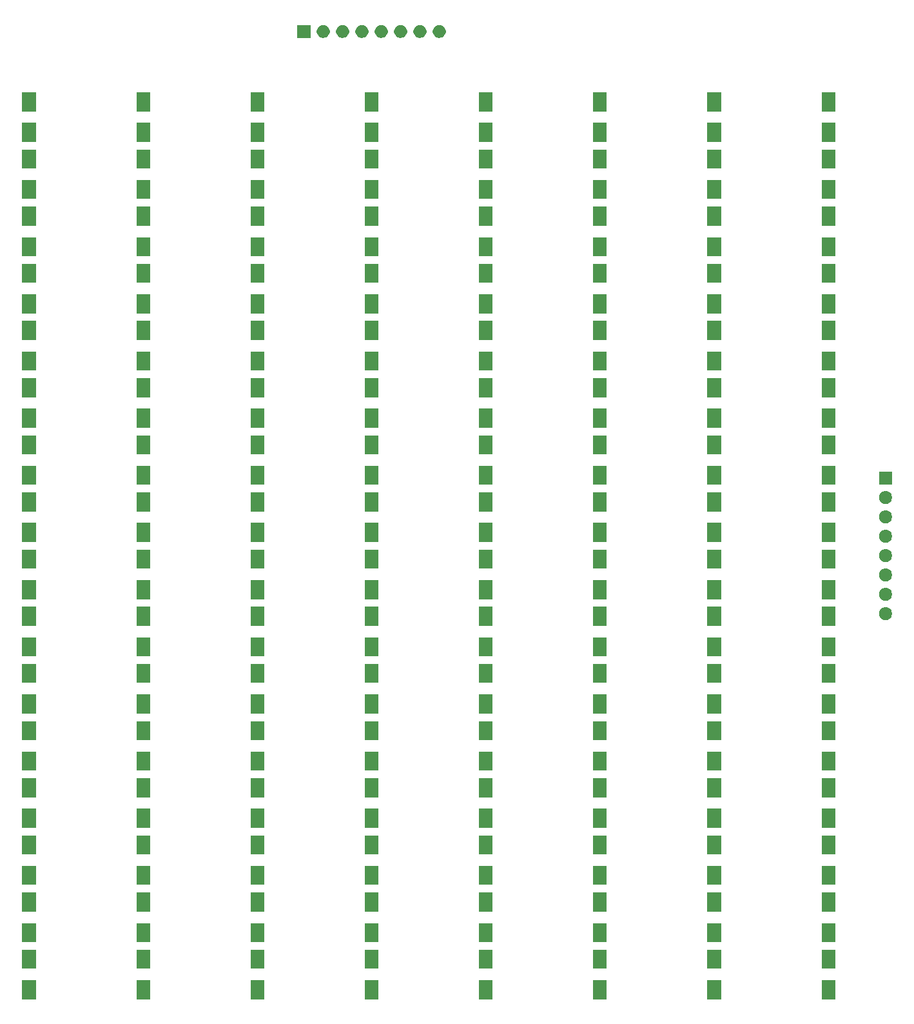
<source format=gbs>
G04 #@! TF.GenerationSoftware,KiCad,Pcbnew,(5.1.5)-3*
G04 #@! TF.CreationDate,2021-01-07T19:15:07+01:00*
G04 #@! TF.ProjectId,haptic display 8x8 aisler,68617074-6963-4206-9469-73706c617920,rev?*
G04 #@! TF.SameCoordinates,Original*
G04 #@! TF.FileFunction,Soldermask,Bot*
G04 #@! TF.FilePolarity,Negative*
%FSLAX46Y46*%
G04 Gerber Fmt 4.6, Leading zero omitted, Abs format (unit mm)*
G04 Created by KiCad (PCBNEW (5.1.5)-3) date 2021-01-07 19:15:07*
%MOMM*%
%LPD*%
G04 APERTURE LIST*
%ADD10C,0.100000*%
G04 APERTURE END LIST*
D10*
G36*
X163400000Y-162000000D02*
G01*
X161600000Y-162000000D01*
X161600000Y-159500000D01*
X163400000Y-159500000D01*
X163400000Y-162000000D01*
G37*
G36*
X118400000Y-162000000D02*
G01*
X116600000Y-162000000D01*
X116600000Y-159500000D01*
X118400000Y-159500000D01*
X118400000Y-162000000D01*
G37*
G36*
X58400000Y-162000000D02*
G01*
X56600000Y-162000000D01*
X56600000Y-159500000D01*
X58400000Y-159500000D01*
X58400000Y-162000000D01*
G37*
G36*
X88400000Y-162000000D02*
G01*
X86600000Y-162000000D01*
X86600000Y-159500000D01*
X88400000Y-159500000D01*
X88400000Y-162000000D01*
G37*
G36*
X73400000Y-162000000D02*
G01*
X71600000Y-162000000D01*
X71600000Y-159500000D01*
X73400000Y-159500000D01*
X73400000Y-162000000D01*
G37*
G36*
X148400000Y-162000000D02*
G01*
X146600000Y-162000000D01*
X146600000Y-159500000D01*
X148400000Y-159500000D01*
X148400000Y-162000000D01*
G37*
G36*
X133400000Y-162000000D02*
G01*
X131600000Y-162000000D01*
X131600000Y-159500000D01*
X133400000Y-159500000D01*
X133400000Y-162000000D01*
G37*
G36*
X103400000Y-162000000D02*
G01*
X101600000Y-162000000D01*
X101600000Y-159500000D01*
X103400000Y-159500000D01*
X103400000Y-162000000D01*
G37*
G36*
X58400000Y-158000000D02*
G01*
X56600000Y-158000000D01*
X56600000Y-155500000D01*
X58400000Y-155500000D01*
X58400000Y-158000000D01*
G37*
G36*
X88400000Y-158000000D02*
G01*
X86600000Y-158000000D01*
X86600000Y-155500000D01*
X88400000Y-155500000D01*
X88400000Y-158000000D01*
G37*
G36*
X133400000Y-158000000D02*
G01*
X131600000Y-158000000D01*
X131600000Y-155500000D01*
X133400000Y-155500000D01*
X133400000Y-158000000D01*
G37*
G36*
X118400000Y-158000000D02*
G01*
X116600000Y-158000000D01*
X116600000Y-155500000D01*
X118400000Y-155500000D01*
X118400000Y-158000000D01*
G37*
G36*
X163400000Y-158000000D02*
G01*
X161600000Y-158000000D01*
X161600000Y-155500000D01*
X163400000Y-155500000D01*
X163400000Y-158000000D01*
G37*
G36*
X73400000Y-158000000D02*
G01*
X71600000Y-158000000D01*
X71600000Y-155500000D01*
X73400000Y-155500000D01*
X73400000Y-158000000D01*
G37*
G36*
X103400000Y-158000000D02*
G01*
X101600000Y-158000000D01*
X101600000Y-155500000D01*
X103400000Y-155500000D01*
X103400000Y-158000000D01*
G37*
G36*
X148400000Y-158000000D02*
G01*
X146600000Y-158000000D01*
X146600000Y-155500000D01*
X148400000Y-155500000D01*
X148400000Y-158000000D01*
G37*
G36*
X103400000Y-154500000D02*
G01*
X101600000Y-154500000D01*
X101600000Y-152000000D01*
X103400000Y-152000000D01*
X103400000Y-154500000D01*
G37*
G36*
X58400000Y-154500000D02*
G01*
X56600000Y-154500000D01*
X56600000Y-152000000D01*
X58400000Y-152000000D01*
X58400000Y-154500000D01*
G37*
G36*
X73400000Y-154500000D02*
G01*
X71600000Y-154500000D01*
X71600000Y-152000000D01*
X73400000Y-152000000D01*
X73400000Y-154500000D01*
G37*
G36*
X133400000Y-154500000D02*
G01*
X131600000Y-154500000D01*
X131600000Y-152000000D01*
X133400000Y-152000000D01*
X133400000Y-154500000D01*
G37*
G36*
X88400000Y-154500000D02*
G01*
X86600000Y-154500000D01*
X86600000Y-152000000D01*
X88400000Y-152000000D01*
X88400000Y-154500000D01*
G37*
G36*
X148400000Y-154500000D02*
G01*
X146600000Y-154500000D01*
X146600000Y-152000000D01*
X148400000Y-152000000D01*
X148400000Y-154500000D01*
G37*
G36*
X163400000Y-154500000D02*
G01*
X161600000Y-154500000D01*
X161600000Y-152000000D01*
X163400000Y-152000000D01*
X163400000Y-154500000D01*
G37*
G36*
X118400000Y-154500000D02*
G01*
X116600000Y-154500000D01*
X116600000Y-152000000D01*
X118400000Y-152000000D01*
X118400000Y-154500000D01*
G37*
G36*
X163400000Y-150500000D02*
G01*
X161600000Y-150500000D01*
X161600000Y-148000000D01*
X163400000Y-148000000D01*
X163400000Y-150500000D01*
G37*
G36*
X103400000Y-150500000D02*
G01*
X101600000Y-150500000D01*
X101600000Y-148000000D01*
X103400000Y-148000000D01*
X103400000Y-150500000D01*
G37*
G36*
X73400000Y-150500000D02*
G01*
X71600000Y-150500000D01*
X71600000Y-148000000D01*
X73400000Y-148000000D01*
X73400000Y-150500000D01*
G37*
G36*
X118400000Y-150500000D02*
G01*
X116600000Y-150500000D01*
X116600000Y-148000000D01*
X118400000Y-148000000D01*
X118400000Y-150500000D01*
G37*
G36*
X133400000Y-150500000D02*
G01*
X131600000Y-150500000D01*
X131600000Y-148000000D01*
X133400000Y-148000000D01*
X133400000Y-150500000D01*
G37*
G36*
X58400000Y-150500000D02*
G01*
X56600000Y-150500000D01*
X56600000Y-148000000D01*
X58400000Y-148000000D01*
X58400000Y-150500000D01*
G37*
G36*
X148400000Y-150500000D02*
G01*
X146600000Y-150500000D01*
X146600000Y-148000000D01*
X148400000Y-148000000D01*
X148400000Y-150500000D01*
G37*
G36*
X88400000Y-150500000D02*
G01*
X86600000Y-150500000D01*
X86600000Y-148000000D01*
X88400000Y-148000000D01*
X88400000Y-150500000D01*
G37*
G36*
X148400000Y-147000000D02*
G01*
X146600000Y-147000000D01*
X146600000Y-144500000D01*
X148400000Y-144500000D01*
X148400000Y-147000000D01*
G37*
G36*
X58400000Y-147000000D02*
G01*
X56600000Y-147000000D01*
X56600000Y-144500000D01*
X58400000Y-144500000D01*
X58400000Y-147000000D01*
G37*
G36*
X73400000Y-147000000D02*
G01*
X71600000Y-147000000D01*
X71600000Y-144500000D01*
X73400000Y-144500000D01*
X73400000Y-147000000D01*
G37*
G36*
X133400000Y-147000000D02*
G01*
X131600000Y-147000000D01*
X131600000Y-144500000D01*
X133400000Y-144500000D01*
X133400000Y-147000000D01*
G37*
G36*
X163400000Y-147000000D02*
G01*
X161600000Y-147000000D01*
X161600000Y-144500000D01*
X163400000Y-144500000D01*
X163400000Y-147000000D01*
G37*
G36*
X88400000Y-147000000D02*
G01*
X86600000Y-147000000D01*
X86600000Y-144500000D01*
X88400000Y-144500000D01*
X88400000Y-147000000D01*
G37*
G36*
X118400000Y-147000000D02*
G01*
X116600000Y-147000000D01*
X116600000Y-144500000D01*
X118400000Y-144500000D01*
X118400000Y-147000000D01*
G37*
G36*
X103400000Y-147000000D02*
G01*
X101600000Y-147000000D01*
X101600000Y-144500000D01*
X103400000Y-144500000D01*
X103400000Y-147000000D01*
G37*
G36*
X163400000Y-143000000D02*
G01*
X161600000Y-143000000D01*
X161600000Y-140500000D01*
X163400000Y-140500000D01*
X163400000Y-143000000D01*
G37*
G36*
X118400000Y-143000000D02*
G01*
X116600000Y-143000000D01*
X116600000Y-140500000D01*
X118400000Y-140500000D01*
X118400000Y-143000000D01*
G37*
G36*
X133400000Y-143000000D02*
G01*
X131600000Y-143000000D01*
X131600000Y-140500000D01*
X133400000Y-140500000D01*
X133400000Y-143000000D01*
G37*
G36*
X73400000Y-143000000D02*
G01*
X71600000Y-143000000D01*
X71600000Y-140500000D01*
X73400000Y-140500000D01*
X73400000Y-143000000D01*
G37*
G36*
X148400000Y-143000000D02*
G01*
X146600000Y-143000000D01*
X146600000Y-140500000D01*
X148400000Y-140500000D01*
X148400000Y-143000000D01*
G37*
G36*
X103400000Y-143000000D02*
G01*
X101600000Y-143000000D01*
X101600000Y-140500000D01*
X103400000Y-140500000D01*
X103400000Y-143000000D01*
G37*
G36*
X88400000Y-143000000D02*
G01*
X86600000Y-143000000D01*
X86600000Y-140500000D01*
X88400000Y-140500000D01*
X88400000Y-143000000D01*
G37*
G36*
X58400000Y-143000000D02*
G01*
X56600000Y-143000000D01*
X56600000Y-140500000D01*
X58400000Y-140500000D01*
X58400000Y-143000000D01*
G37*
G36*
X103400000Y-139500000D02*
G01*
X101600000Y-139500000D01*
X101600000Y-137000000D01*
X103400000Y-137000000D01*
X103400000Y-139500000D01*
G37*
G36*
X163400000Y-139500000D02*
G01*
X161600000Y-139500000D01*
X161600000Y-137000000D01*
X163400000Y-137000000D01*
X163400000Y-139500000D01*
G37*
G36*
X58400000Y-139500000D02*
G01*
X56600000Y-139500000D01*
X56600000Y-137000000D01*
X58400000Y-137000000D01*
X58400000Y-139500000D01*
G37*
G36*
X88400000Y-139500000D02*
G01*
X86600000Y-139500000D01*
X86600000Y-137000000D01*
X88400000Y-137000000D01*
X88400000Y-139500000D01*
G37*
G36*
X118400000Y-139500000D02*
G01*
X116600000Y-139500000D01*
X116600000Y-137000000D01*
X118400000Y-137000000D01*
X118400000Y-139500000D01*
G37*
G36*
X133400000Y-139500000D02*
G01*
X131600000Y-139500000D01*
X131600000Y-137000000D01*
X133400000Y-137000000D01*
X133400000Y-139500000D01*
G37*
G36*
X148400000Y-139500000D02*
G01*
X146600000Y-139500000D01*
X146600000Y-137000000D01*
X148400000Y-137000000D01*
X148400000Y-139500000D01*
G37*
G36*
X73400000Y-139500000D02*
G01*
X71600000Y-139500000D01*
X71600000Y-137000000D01*
X73400000Y-137000000D01*
X73400000Y-139500000D01*
G37*
G36*
X103400000Y-135500000D02*
G01*
X101600000Y-135500000D01*
X101600000Y-133000000D01*
X103400000Y-133000000D01*
X103400000Y-135500000D01*
G37*
G36*
X163400000Y-135500000D02*
G01*
X161600000Y-135500000D01*
X161600000Y-133000000D01*
X163400000Y-133000000D01*
X163400000Y-135500000D01*
G37*
G36*
X118400000Y-135500000D02*
G01*
X116600000Y-135500000D01*
X116600000Y-133000000D01*
X118400000Y-133000000D01*
X118400000Y-135500000D01*
G37*
G36*
X133400000Y-135500000D02*
G01*
X131600000Y-135500000D01*
X131600000Y-133000000D01*
X133400000Y-133000000D01*
X133400000Y-135500000D01*
G37*
G36*
X58400000Y-135500000D02*
G01*
X56600000Y-135500000D01*
X56600000Y-133000000D01*
X58400000Y-133000000D01*
X58400000Y-135500000D01*
G37*
G36*
X148400000Y-135500000D02*
G01*
X146600000Y-135500000D01*
X146600000Y-133000000D01*
X148400000Y-133000000D01*
X148400000Y-135500000D01*
G37*
G36*
X73400000Y-135500000D02*
G01*
X71600000Y-135500000D01*
X71600000Y-133000000D01*
X73400000Y-133000000D01*
X73400000Y-135500000D01*
G37*
G36*
X88400000Y-135500000D02*
G01*
X86600000Y-135500000D01*
X86600000Y-133000000D01*
X88400000Y-133000000D01*
X88400000Y-135500000D01*
G37*
G36*
X133400000Y-132000000D02*
G01*
X131600000Y-132000000D01*
X131600000Y-129500000D01*
X133400000Y-129500000D01*
X133400000Y-132000000D01*
G37*
G36*
X103400000Y-132000000D02*
G01*
X101600000Y-132000000D01*
X101600000Y-129500000D01*
X103400000Y-129500000D01*
X103400000Y-132000000D01*
G37*
G36*
X73400000Y-132000000D02*
G01*
X71600000Y-132000000D01*
X71600000Y-129500000D01*
X73400000Y-129500000D01*
X73400000Y-132000000D01*
G37*
G36*
X163400000Y-132000000D02*
G01*
X161600000Y-132000000D01*
X161600000Y-129500000D01*
X163400000Y-129500000D01*
X163400000Y-132000000D01*
G37*
G36*
X58400000Y-132000000D02*
G01*
X56600000Y-132000000D01*
X56600000Y-129500000D01*
X58400000Y-129500000D01*
X58400000Y-132000000D01*
G37*
G36*
X88400000Y-132000000D02*
G01*
X86600000Y-132000000D01*
X86600000Y-129500000D01*
X88400000Y-129500000D01*
X88400000Y-132000000D01*
G37*
G36*
X148400000Y-132000000D02*
G01*
X146600000Y-132000000D01*
X146600000Y-129500000D01*
X148400000Y-129500000D01*
X148400000Y-132000000D01*
G37*
G36*
X118400000Y-132000000D02*
G01*
X116600000Y-132000000D01*
X116600000Y-129500000D01*
X118400000Y-129500000D01*
X118400000Y-132000000D01*
G37*
G36*
X103400000Y-128000000D02*
G01*
X101600000Y-128000000D01*
X101600000Y-125500000D01*
X103400000Y-125500000D01*
X103400000Y-128000000D01*
G37*
G36*
X88400000Y-128000000D02*
G01*
X86600000Y-128000000D01*
X86600000Y-125500000D01*
X88400000Y-125500000D01*
X88400000Y-128000000D01*
G37*
G36*
X58400000Y-128000000D02*
G01*
X56600000Y-128000000D01*
X56600000Y-125500000D01*
X58400000Y-125500000D01*
X58400000Y-128000000D01*
G37*
G36*
X118400000Y-128000000D02*
G01*
X116600000Y-128000000D01*
X116600000Y-125500000D01*
X118400000Y-125500000D01*
X118400000Y-128000000D01*
G37*
G36*
X73400000Y-128000000D02*
G01*
X71600000Y-128000000D01*
X71600000Y-125500000D01*
X73400000Y-125500000D01*
X73400000Y-128000000D01*
G37*
G36*
X133400000Y-128000000D02*
G01*
X131600000Y-128000000D01*
X131600000Y-125500000D01*
X133400000Y-125500000D01*
X133400000Y-128000000D01*
G37*
G36*
X148400000Y-128000000D02*
G01*
X146600000Y-128000000D01*
X146600000Y-125500000D01*
X148400000Y-125500000D01*
X148400000Y-128000000D01*
G37*
G36*
X163400000Y-128000000D02*
G01*
X161600000Y-128000000D01*
X161600000Y-125500000D01*
X163400000Y-125500000D01*
X163400000Y-128000000D01*
G37*
G36*
X163400000Y-124500000D02*
G01*
X161600000Y-124500000D01*
X161600000Y-122000000D01*
X163400000Y-122000000D01*
X163400000Y-124500000D01*
G37*
G36*
X148400000Y-124500000D02*
G01*
X146600000Y-124500000D01*
X146600000Y-122000000D01*
X148400000Y-122000000D01*
X148400000Y-124500000D01*
G37*
G36*
X133400000Y-124500000D02*
G01*
X131600000Y-124500000D01*
X131600000Y-122000000D01*
X133400000Y-122000000D01*
X133400000Y-124500000D01*
G37*
G36*
X103400000Y-124500000D02*
G01*
X101600000Y-124500000D01*
X101600000Y-122000000D01*
X103400000Y-122000000D01*
X103400000Y-124500000D01*
G37*
G36*
X58400000Y-124500000D02*
G01*
X56600000Y-124500000D01*
X56600000Y-122000000D01*
X58400000Y-122000000D01*
X58400000Y-124500000D01*
G37*
G36*
X73400000Y-124500000D02*
G01*
X71600000Y-124500000D01*
X71600000Y-122000000D01*
X73400000Y-122000000D01*
X73400000Y-124500000D01*
G37*
G36*
X88400000Y-124500000D02*
G01*
X86600000Y-124500000D01*
X86600000Y-122000000D01*
X88400000Y-122000000D01*
X88400000Y-124500000D01*
G37*
G36*
X118400000Y-124500000D02*
G01*
X116600000Y-124500000D01*
X116600000Y-122000000D01*
X118400000Y-122000000D01*
X118400000Y-124500000D01*
G37*
G36*
X73400000Y-120500000D02*
G01*
X71600000Y-120500000D01*
X71600000Y-118000000D01*
X73400000Y-118000000D01*
X73400000Y-120500000D01*
G37*
G36*
X88400000Y-120500000D02*
G01*
X86600000Y-120500000D01*
X86600000Y-118000000D01*
X88400000Y-118000000D01*
X88400000Y-120500000D01*
G37*
G36*
X103400000Y-120500000D02*
G01*
X101600000Y-120500000D01*
X101600000Y-118000000D01*
X103400000Y-118000000D01*
X103400000Y-120500000D01*
G37*
G36*
X118400000Y-120500000D02*
G01*
X116600000Y-120500000D01*
X116600000Y-118000000D01*
X118400000Y-118000000D01*
X118400000Y-120500000D01*
G37*
G36*
X58400000Y-120500000D02*
G01*
X56600000Y-120500000D01*
X56600000Y-118000000D01*
X58400000Y-118000000D01*
X58400000Y-120500000D01*
G37*
G36*
X133400000Y-120500000D02*
G01*
X131600000Y-120500000D01*
X131600000Y-118000000D01*
X133400000Y-118000000D01*
X133400000Y-120500000D01*
G37*
G36*
X148400000Y-120500000D02*
G01*
X146600000Y-120500000D01*
X146600000Y-118000000D01*
X148400000Y-118000000D01*
X148400000Y-120500000D01*
G37*
G36*
X163400000Y-120500000D02*
G01*
X161600000Y-120500000D01*
X161600000Y-118000000D01*
X163400000Y-118000000D01*
X163400000Y-120500000D01*
G37*
G36*
X103400000Y-117000000D02*
G01*
X101600000Y-117000000D01*
X101600000Y-114500000D01*
X103400000Y-114500000D01*
X103400000Y-117000000D01*
G37*
G36*
X73400000Y-117000000D02*
G01*
X71600000Y-117000000D01*
X71600000Y-114500000D01*
X73400000Y-114500000D01*
X73400000Y-117000000D01*
G37*
G36*
X133400000Y-117000000D02*
G01*
X131600000Y-117000000D01*
X131600000Y-114500000D01*
X133400000Y-114500000D01*
X133400000Y-117000000D01*
G37*
G36*
X148400000Y-117000000D02*
G01*
X146600000Y-117000000D01*
X146600000Y-114500000D01*
X148400000Y-114500000D01*
X148400000Y-117000000D01*
G37*
G36*
X58400000Y-117000000D02*
G01*
X56600000Y-117000000D01*
X56600000Y-114500000D01*
X58400000Y-114500000D01*
X58400000Y-117000000D01*
G37*
G36*
X118400000Y-117000000D02*
G01*
X116600000Y-117000000D01*
X116600000Y-114500000D01*
X118400000Y-114500000D01*
X118400000Y-117000000D01*
G37*
G36*
X163400000Y-117000000D02*
G01*
X161600000Y-117000000D01*
X161600000Y-114500000D01*
X163400000Y-114500000D01*
X163400000Y-117000000D01*
G37*
G36*
X88400000Y-117000000D02*
G01*
X86600000Y-117000000D01*
X86600000Y-114500000D01*
X88400000Y-114500000D01*
X88400000Y-117000000D01*
G37*
G36*
X148400000Y-113000000D02*
G01*
X146600000Y-113000000D01*
X146600000Y-110500000D01*
X148400000Y-110500000D01*
X148400000Y-113000000D01*
G37*
G36*
X103400000Y-113000000D02*
G01*
X101600000Y-113000000D01*
X101600000Y-110500000D01*
X103400000Y-110500000D01*
X103400000Y-113000000D01*
G37*
G36*
X133400000Y-113000000D02*
G01*
X131600000Y-113000000D01*
X131600000Y-110500000D01*
X133400000Y-110500000D01*
X133400000Y-113000000D01*
G37*
G36*
X58400000Y-113000000D02*
G01*
X56600000Y-113000000D01*
X56600000Y-110500000D01*
X58400000Y-110500000D01*
X58400000Y-113000000D01*
G37*
G36*
X73400000Y-113000000D02*
G01*
X71600000Y-113000000D01*
X71600000Y-110500000D01*
X73400000Y-110500000D01*
X73400000Y-113000000D01*
G37*
G36*
X163400000Y-113000000D02*
G01*
X161600000Y-113000000D01*
X161600000Y-110500000D01*
X163400000Y-110500000D01*
X163400000Y-113000000D01*
G37*
G36*
X88400000Y-113000000D02*
G01*
X86600000Y-113000000D01*
X86600000Y-110500000D01*
X88400000Y-110500000D01*
X88400000Y-113000000D01*
G37*
G36*
X118400000Y-113000000D02*
G01*
X116600000Y-113000000D01*
X116600000Y-110500000D01*
X118400000Y-110500000D01*
X118400000Y-113000000D01*
G37*
G36*
X170193197Y-110561777D02*
G01*
X170247937Y-110572665D01*
X170325281Y-110604702D01*
X170402626Y-110636740D01*
X170541844Y-110729762D01*
X170660238Y-110848156D01*
X170753260Y-110987374D01*
X170817335Y-111142064D01*
X170850000Y-111306282D01*
X170850000Y-111473718D01*
X170817335Y-111637936D01*
X170753260Y-111792626D01*
X170660238Y-111931844D01*
X170541844Y-112050238D01*
X170402626Y-112143260D01*
X170325281Y-112175297D01*
X170247937Y-112207335D01*
X170193197Y-112218223D01*
X170083718Y-112240000D01*
X169916282Y-112240000D01*
X169806803Y-112218223D01*
X169752063Y-112207335D01*
X169674719Y-112175297D01*
X169597374Y-112143260D01*
X169458156Y-112050238D01*
X169339762Y-111931844D01*
X169246740Y-111792626D01*
X169182665Y-111637936D01*
X169150000Y-111473718D01*
X169150000Y-111306282D01*
X169182665Y-111142064D01*
X169246740Y-110987374D01*
X169339762Y-110848156D01*
X169458156Y-110729762D01*
X169597374Y-110636740D01*
X169674719Y-110604702D01*
X169752063Y-110572665D01*
X169806803Y-110561777D01*
X169916282Y-110540000D01*
X170083718Y-110540000D01*
X170193197Y-110561777D01*
G37*
G36*
X170193197Y-108021777D02*
G01*
X170247937Y-108032665D01*
X170325281Y-108064703D01*
X170402626Y-108096740D01*
X170541844Y-108189762D01*
X170660238Y-108308156D01*
X170753260Y-108447374D01*
X170817335Y-108602064D01*
X170850000Y-108766282D01*
X170850000Y-108933718D01*
X170817335Y-109097936D01*
X170753260Y-109252626D01*
X170660238Y-109391844D01*
X170541844Y-109510238D01*
X170402626Y-109603260D01*
X170325281Y-109635298D01*
X170247937Y-109667335D01*
X170193197Y-109678223D01*
X170083718Y-109700000D01*
X169916282Y-109700000D01*
X169806803Y-109678223D01*
X169752063Y-109667335D01*
X169674719Y-109635298D01*
X169597374Y-109603260D01*
X169458156Y-109510238D01*
X169339762Y-109391844D01*
X169246740Y-109252626D01*
X169182665Y-109097936D01*
X169150000Y-108933718D01*
X169150000Y-108766282D01*
X169182665Y-108602064D01*
X169246740Y-108447374D01*
X169339762Y-108308156D01*
X169458156Y-108189762D01*
X169597374Y-108096740D01*
X169674719Y-108064702D01*
X169752063Y-108032665D01*
X169806803Y-108021777D01*
X169916282Y-108000000D01*
X170083718Y-108000000D01*
X170193197Y-108021777D01*
G37*
G36*
X73400000Y-109500000D02*
G01*
X71600000Y-109500000D01*
X71600000Y-107000000D01*
X73400000Y-107000000D01*
X73400000Y-109500000D01*
G37*
G36*
X58400000Y-109500000D02*
G01*
X56600000Y-109500000D01*
X56600000Y-107000000D01*
X58400000Y-107000000D01*
X58400000Y-109500000D01*
G37*
G36*
X118400000Y-109500000D02*
G01*
X116600000Y-109500000D01*
X116600000Y-107000000D01*
X118400000Y-107000000D01*
X118400000Y-109500000D01*
G37*
G36*
X103400000Y-109500000D02*
G01*
X101600000Y-109500000D01*
X101600000Y-107000000D01*
X103400000Y-107000000D01*
X103400000Y-109500000D01*
G37*
G36*
X163400000Y-109500000D02*
G01*
X161600000Y-109500000D01*
X161600000Y-107000000D01*
X163400000Y-107000000D01*
X163400000Y-109500000D01*
G37*
G36*
X148400000Y-109500000D02*
G01*
X146600000Y-109500000D01*
X146600000Y-107000000D01*
X148400000Y-107000000D01*
X148400000Y-109500000D01*
G37*
G36*
X133400000Y-109500000D02*
G01*
X131600000Y-109500000D01*
X131600000Y-107000000D01*
X133400000Y-107000000D01*
X133400000Y-109500000D01*
G37*
G36*
X88400000Y-109500000D02*
G01*
X86600000Y-109500000D01*
X86600000Y-107000000D01*
X88400000Y-107000000D01*
X88400000Y-109500000D01*
G37*
G36*
X170193197Y-105481777D02*
G01*
X170247937Y-105492665D01*
X170325281Y-105524703D01*
X170402626Y-105556740D01*
X170541844Y-105649762D01*
X170660238Y-105768156D01*
X170753260Y-105907374D01*
X170817335Y-106062064D01*
X170850000Y-106226282D01*
X170850000Y-106393718D01*
X170817335Y-106557936D01*
X170753260Y-106712626D01*
X170660238Y-106851844D01*
X170541844Y-106970238D01*
X170402626Y-107063260D01*
X170325281Y-107095297D01*
X170247937Y-107127335D01*
X170193197Y-107138223D01*
X170083718Y-107160000D01*
X169916282Y-107160000D01*
X169806803Y-107138223D01*
X169752063Y-107127335D01*
X169674719Y-107095297D01*
X169597374Y-107063260D01*
X169458156Y-106970238D01*
X169339762Y-106851844D01*
X169246740Y-106712626D01*
X169182665Y-106557936D01*
X169150000Y-106393718D01*
X169150000Y-106226282D01*
X169182665Y-106062064D01*
X169246740Y-105907374D01*
X169339762Y-105768156D01*
X169458156Y-105649762D01*
X169597374Y-105556740D01*
X169674719Y-105524703D01*
X169752063Y-105492665D01*
X169806803Y-105481777D01*
X169916282Y-105460000D01*
X170083718Y-105460000D01*
X170193197Y-105481777D01*
G37*
G36*
X163400000Y-105500000D02*
G01*
X161600000Y-105500000D01*
X161600000Y-103000000D01*
X163400000Y-103000000D01*
X163400000Y-105500000D01*
G37*
G36*
X58400000Y-105500000D02*
G01*
X56600000Y-105500000D01*
X56600000Y-103000000D01*
X58400000Y-103000000D01*
X58400000Y-105500000D01*
G37*
G36*
X88400000Y-105500000D02*
G01*
X86600000Y-105500000D01*
X86600000Y-103000000D01*
X88400000Y-103000000D01*
X88400000Y-105500000D01*
G37*
G36*
X118400000Y-105500000D02*
G01*
X116600000Y-105500000D01*
X116600000Y-103000000D01*
X118400000Y-103000000D01*
X118400000Y-105500000D01*
G37*
G36*
X103400000Y-105500000D02*
G01*
X101600000Y-105500000D01*
X101600000Y-103000000D01*
X103400000Y-103000000D01*
X103400000Y-105500000D01*
G37*
G36*
X73400000Y-105500000D02*
G01*
X71600000Y-105500000D01*
X71600000Y-103000000D01*
X73400000Y-103000000D01*
X73400000Y-105500000D01*
G37*
G36*
X133400000Y-105500000D02*
G01*
X131600000Y-105500000D01*
X131600000Y-103000000D01*
X133400000Y-103000000D01*
X133400000Y-105500000D01*
G37*
G36*
X148400000Y-105500000D02*
G01*
X146600000Y-105500000D01*
X146600000Y-103000000D01*
X148400000Y-103000000D01*
X148400000Y-105500000D01*
G37*
G36*
X170193197Y-102941777D02*
G01*
X170247937Y-102952665D01*
X170325281Y-102984703D01*
X170402626Y-103016740D01*
X170541844Y-103109762D01*
X170660238Y-103228156D01*
X170753260Y-103367374D01*
X170817335Y-103522064D01*
X170850000Y-103686282D01*
X170850000Y-103853718D01*
X170817335Y-104017936D01*
X170753260Y-104172626D01*
X170660238Y-104311844D01*
X170541844Y-104430238D01*
X170402626Y-104523260D01*
X170325281Y-104555297D01*
X170247937Y-104587335D01*
X170193197Y-104598223D01*
X170083718Y-104620000D01*
X169916282Y-104620000D01*
X169806803Y-104598223D01*
X169752063Y-104587335D01*
X169674719Y-104555298D01*
X169597374Y-104523260D01*
X169458156Y-104430238D01*
X169339762Y-104311844D01*
X169246740Y-104172626D01*
X169182665Y-104017936D01*
X169150000Y-103853718D01*
X169150000Y-103686282D01*
X169182665Y-103522064D01*
X169246740Y-103367374D01*
X169339762Y-103228156D01*
X169458156Y-103109762D01*
X169597374Y-103016740D01*
X169674719Y-102984702D01*
X169752063Y-102952665D01*
X169806803Y-102941777D01*
X169916282Y-102920000D01*
X170083718Y-102920000D01*
X170193197Y-102941777D01*
G37*
G36*
X170193197Y-100401777D02*
G01*
X170247937Y-100412665D01*
X170325281Y-100444703D01*
X170402626Y-100476740D01*
X170541844Y-100569762D01*
X170660238Y-100688156D01*
X170753260Y-100827374D01*
X170817335Y-100982064D01*
X170850000Y-101146282D01*
X170850000Y-101313718D01*
X170817335Y-101477936D01*
X170753260Y-101632626D01*
X170660238Y-101771844D01*
X170541844Y-101890238D01*
X170402626Y-101983260D01*
X170362212Y-102000000D01*
X170247937Y-102047335D01*
X170193197Y-102058223D01*
X170083718Y-102080000D01*
X169916282Y-102080000D01*
X169806803Y-102058223D01*
X169752063Y-102047335D01*
X169637788Y-102000000D01*
X169597374Y-101983260D01*
X169458156Y-101890238D01*
X169339762Y-101771844D01*
X169246740Y-101632626D01*
X169182665Y-101477936D01*
X169150000Y-101313718D01*
X169150000Y-101146282D01*
X169182665Y-100982064D01*
X169246740Y-100827374D01*
X169339762Y-100688156D01*
X169458156Y-100569762D01*
X169597374Y-100476740D01*
X169674719Y-100444702D01*
X169752063Y-100412665D01*
X169806803Y-100401777D01*
X169916282Y-100380000D01*
X170083718Y-100380000D01*
X170193197Y-100401777D01*
G37*
G36*
X58400000Y-102000000D02*
G01*
X56600000Y-102000000D01*
X56600000Y-99500000D01*
X58400000Y-99500000D01*
X58400000Y-102000000D01*
G37*
G36*
X163400000Y-102000000D02*
G01*
X161600000Y-102000000D01*
X161600000Y-99500000D01*
X163400000Y-99500000D01*
X163400000Y-102000000D01*
G37*
G36*
X148400000Y-102000000D02*
G01*
X146600000Y-102000000D01*
X146600000Y-99500000D01*
X148400000Y-99500000D01*
X148400000Y-102000000D01*
G37*
G36*
X133400000Y-102000000D02*
G01*
X131600000Y-102000000D01*
X131600000Y-99500000D01*
X133400000Y-99500000D01*
X133400000Y-102000000D01*
G37*
G36*
X118400000Y-102000000D02*
G01*
X116600000Y-102000000D01*
X116600000Y-99500000D01*
X118400000Y-99500000D01*
X118400000Y-102000000D01*
G37*
G36*
X73400000Y-102000000D02*
G01*
X71600000Y-102000000D01*
X71600000Y-99500000D01*
X73400000Y-99500000D01*
X73400000Y-102000000D01*
G37*
G36*
X103400000Y-102000000D02*
G01*
X101600000Y-102000000D01*
X101600000Y-99500000D01*
X103400000Y-99500000D01*
X103400000Y-102000000D01*
G37*
G36*
X88400000Y-102000000D02*
G01*
X86600000Y-102000000D01*
X86600000Y-99500000D01*
X88400000Y-99500000D01*
X88400000Y-102000000D01*
G37*
G36*
X170193197Y-97861777D02*
G01*
X170247937Y-97872665D01*
X170325281Y-97904703D01*
X170402626Y-97936740D01*
X170541844Y-98029762D01*
X170660238Y-98148156D01*
X170753260Y-98287374D01*
X170817335Y-98442064D01*
X170850000Y-98606282D01*
X170850000Y-98773718D01*
X170817335Y-98937936D01*
X170753260Y-99092626D01*
X170660238Y-99231844D01*
X170541844Y-99350238D01*
X170402626Y-99443260D01*
X170325281Y-99475297D01*
X170247937Y-99507335D01*
X170193197Y-99518223D01*
X170083718Y-99540000D01*
X169916282Y-99540000D01*
X169806803Y-99518223D01*
X169752063Y-99507335D01*
X169674719Y-99475298D01*
X169597374Y-99443260D01*
X169458156Y-99350238D01*
X169339762Y-99231844D01*
X169246740Y-99092626D01*
X169182665Y-98937936D01*
X169150000Y-98773718D01*
X169150000Y-98606282D01*
X169182665Y-98442064D01*
X169246740Y-98287374D01*
X169339762Y-98148156D01*
X169458156Y-98029762D01*
X169597374Y-97936740D01*
X169674719Y-97904703D01*
X169752063Y-97872665D01*
X169806803Y-97861777D01*
X169916282Y-97840000D01*
X170083718Y-97840000D01*
X170193197Y-97861777D01*
G37*
G36*
X133400000Y-98000000D02*
G01*
X131600000Y-98000000D01*
X131600000Y-95500000D01*
X133400000Y-95500000D01*
X133400000Y-98000000D01*
G37*
G36*
X118400000Y-98000000D02*
G01*
X116600000Y-98000000D01*
X116600000Y-95500000D01*
X118400000Y-95500000D01*
X118400000Y-98000000D01*
G37*
G36*
X103400000Y-98000000D02*
G01*
X101600000Y-98000000D01*
X101600000Y-95500000D01*
X103400000Y-95500000D01*
X103400000Y-98000000D01*
G37*
G36*
X88400000Y-98000000D02*
G01*
X86600000Y-98000000D01*
X86600000Y-95500000D01*
X88400000Y-95500000D01*
X88400000Y-98000000D01*
G37*
G36*
X73400000Y-98000000D02*
G01*
X71600000Y-98000000D01*
X71600000Y-95500000D01*
X73400000Y-95500000D01*
X73400000Y-98000000D01*
G37*
G36*
X58400000Y-98000000D02*
G01*
X56600000Y-98000000D01*
X56600000Y-95500000D01*
X58400000Y-95500000D01*
X58400000Y-98000000D01*
G37*
G36*
X148400000Y-98000000D02*
G01*
X146600000Y-98000000D01*
X146600000Y-95500000D01*
X148400000Y-95500000D01*
X148400000Y-98000000D01*
G37*
G36*
X163400000Y-98000000D02*
G01*
X161600000Y-98000000D01*
X161600000Y-95500000D01*
X163400000Y-95500000D01*
X163400000Y-98000000D01*
G37*
G36*
X170193197Y-95321777D02*
G01*
X170247937Y-95332665D01*
X170325281Y-95364703D01*
X170402626Y-95396740D01*
X170541844Y-95489762D01*
X170660238Y-95608156D01*
X170753260Y-95747374D01*
X170817335Y-95902064D01*
X170850000Y-96066282D01*
X170850000Y-96233718D01*
X170817335Y-96397936D01*
X170753260Y-96552626D01*
X170660238Y-96691844D01*
X170541844Y-96810238D01*
X170402626Y-96903260D01*
X170325281Y-96935297D01*
X170247937Y-96967335D01*
X170193197Y-96978223D01*
X170083718Y-97000000D01*
X169916282Y-97000000D01*
X169806803Y-96978223D01*
X169752063Y-96967335D01*
X169674719Y-96935298D01*
X169597374Y-96903260D01*
X169458156Y-96810238D01*
X169339762Y-96691844D01*
X169246740Y-96552626D01*
X169182665Y-96397936D01*
X169150000Y-96233718D01*
X169150000Y-96066282D01*
X169182665Y-95902064D01*
X169246740Y-95747374D01*
X169339762Y-95608156D01*
X169458156Y-95489762D01*
X169597374Y-95396740D01*
X169674719Y-95364702D01*
X169752063Y-95332665D01*
X169806803Y-95321777D01*
X169916282Y-95300000D01*
X170083718Y-95300000D01*
X170193197Y-95321777D01*
G37*
G36*
X148400000Y-94500000D02*
G01*
X146600000Y-94500000D01*
X146600000Y-92000000D01*
X148400000Y-92000000D01*
X148400000Y-94500000D01*
G37*
G36*
X163400000Y-94500000D02*
G01*
X161600000Y-94500000D01*
X161600000Y-92000000D01*
X163400000Y-92000000D01*
X163400000Y-94500000D01*
G37*
G36*
X133400000Y-94500000D02*
G01*
X131600000Y-94500000D01*
X131600000Y-92000000D01*
X133400000Y-92000000D01*
X133400000Y-94500000D01*
G37*
G36*
X118400000Y-94500000D02*
G01*
X116600000Y-94500000D01*
X116600000Y-92000000D01*
X118400000Y-92000000D01*
X118400000Y-94500000D01*
G37*
G36*
X88400000Y-94500000D02*
G01*
X86600000Y-94500000D01*
X86600000Y-92000000D01*
X88400000Y-92000000D01*
X88400000Y-94500000D01*
G37*
G36*
X73400000Y-94500000D02*
G01*
X71600000Y-94500000D01*
X71600000Y-92000000D01*
X73400000Y-92000000D01*
X73400000Y-94500000D01*
G37*
G36*
X58400000Y-94500000D02*
G01*
X56600000Y-94500000D01*
X56600000Y-92000000D01*
X58400000Y-92000000D01*
X58400000Y-94500000D01*
G37*
G36*
X103400000Y-94500000D02*
G01*
X101600000Y-94500000D01*
X101600000Y-92000000D01*
X103400000Y-92000000D01*
X103400000Y-94500000D01*
G37*
G36*
X170850000Y-94460000D02*
G01*
X169150000Y-94460000D01*
X169150000Y-92760000D01*
X170850000Y-92760000D01*
X170850000Y-94460000D01*
G37*
G36*
X88400000Y-90500000D02*
G01*
X86600000Y-90500000D01*
X86600000Y-88000000D01*
X88400000Y-88000000D01*
X88400000Y-90500000D01*
G37*
G36*
X163400000Y-90500000D02*
G01*
X161600000Y-90500000D01*
X161600000Y-88000000D01*
X163400000Y-88000000D01*
X163400000Y-90500000D01*
G37*
G36*
X58400000Y-90500000D02*
G01*
X56600000Y-90500000D01*
X56600000Y-88000000D01*
X58400000Y-88000000D01*
X58400000Y-90500000D01*
G37*
G36*
X133400000Y-90500000D02*
G01*
X131600000Y-90500000D01*
X131600000Y-88000000D01*
X133400000Y-88000000D01*
X133400000Y-90500000D01*
G37*
G36*
X73400000Y-90500000D02*
G01*
X71600000Y-90500000D01*
X71600000Y-88000000D01*
X73400000Y-88000000D01*
X73400000Y-90500000D01*
G37*
G36*
X103400000Y-90500000D02*
G01*
X101600000Y-90500000D01*
X101600000Y-88000000D01*
X103400000Y-88000000D01*
X103400000Y-90500000D01*
G37*
G36*
X118400000Y-90500000D02*
G01*
X116600000Y-90500000D01*
X116600000Y-88000000D01*
X118400000Y-88000000D01*
X118400000Y-90500000D01*
G37*
G36*
X148400000Y-90500000D02*
G01*
X146600000Y-90500000D01*
X146600000Y-88000000D01*
X148400000Y-88000000D01*
X148400000Y-90500000D01*
G37*
G36*
X163400000Y-87000000D02*
G01*
X161600000Y-87000000D01*
X161600000Y-84500000D01*
X163400000Y-84500000D01*
X163400000Y-87000000D01*
G37*
G36*
X88400000Y-87000000D02*
G01*
X86600000Y-87000000D01*
X86600000Y-84500000D01*
X88400000Y-84500000D01*
X88400000Y-87000000D01*
G37*
G36*
X58400000Y-87000000D02*
G01*
X56600000Y-87000000D01*
X56600000Y-84500000D01*
X58400000Y-84500000D01*
X58400000Y-87000000D01*
G37*
G36*
X148400000Y-87000000D02*
G01*
X146600000Y-87000000D01*
X146600000Y-84500000D01*
X148400000Y-84500000D01*
X148400000Y-87000000D01*
G37*
G36*
X118400000Y-87000000D02*
G01*
X116600000Y-87000000D01*
X116600000Y-84500000D01*
X118400000Y-84500000D01*
X118400000Y-87000000D01*
G37*
G36*
X73400000Y-87000000D02*
G01*
X71600000Y-87000000D01*
X71600000Y-84500000D01*
X73400000Y-84500000D01*
X73400000Y-87000000D01*
G37*
G36*
X133400000Y-87000000D02*
G01*
X131600000Y-87000000D01*
X131600000Y-84500000D01*
X133400000Y-84500000D01*
X133400000Y-87000000D01*
G37*
G36*
X103400000Y-87000000D02*
G01*
X101600000Y-87000000D01*
X101600000Y-84500000D01*
X103400000Y-84500000D01*
X103400000Y-87000000D01*
G37*
G36*
X163400000Y-83000000D02*
G01*
X161600000Y-83000000D01*
X161600000Y-80500000D01*
X163400000Y-80500000D01*
X163400000Y-83000000D01*
G37*
G36*
X73400000Y-83000000D02*
G01*
X71600000Y-83000000D01*
X71600000Y-80500000D01*
X73400000Y-80500000D01*
X73400000Y-83000000D01*
G37*
G36*
X88400000Y-83000000D02*
G01*
X86600000Y-83000000D01*
X86600000Y-80500000D01*
X88400000Y-80500000D01*
X88400000Y-83000000D01*
G37*
G36*
X58400000Y-83000000D02*
G01*
X56600000Y-83000000D01*
X56600000Y-80500000D01*
X58400000Y-80500000D01*
X58400000Y-83000000D01*
G37*
G36*
X103400000Y-83000000D02*
G01*
X101600000Y-83000000D01*
X101600000Y-80500000D01*
X103400000Y-80500000D01*
X103400000Y-83000000D01*
G37*
G36*
X118400000Y-83000000D02*
G01*
X116600000Y-83000000D01*
X116600000Y-80500000D01*
X118400000Y-80500000D01*
X118400000Y-83000000D01*
G37*
G36*
X133400000Y-83000000D02*
G01*
X131600000Y-83000000D01*
X131600000Y-80500000D01*
X133400000Y-80500000D01*
X133400000Y-83000000D01*
G37*
G36*
X148400000Y-83000000D02*
G01*
X146600000Y-83000000D01*
X146600000Y-80500000D01*
X148400000Y-80500000D01*
X148400000Y-83000000D01*
G37*
G36*
X163400000Y-79500000D02*
G01*
X161600000Y-79500000D01*
X161600000Y-77000000D01*
X163400000Y-77000000D01*
X163400000Y-79500000D01*
G37*
G36*
X148400000Y-79500000D02*
G01*
X146600000Y-79500000D01*
X146600000Y-77000000D01*
X148400000Y-77000000D01*
X148400000Y-79500000D01*
G37*
G36*
X133400000Y-79500000D02*
G01*
X131600000Y-79500000D01*
X131600000Y-77000000D01*
X133400000Y-77000000D01*
X133400000Y-79500000D01*
G37*
G36*
X88400000Y-79500000D02*
G01*
X86600000Y-79500000D01*
X86600000Y-77000000D01*
X88400000Y-77000000D01*
X88400000Y-79500000D01*
G37*
G36*
X73400000Y-79500000D02*
G01*
X71600000Y-79500000D01*
X71600000Y-77000000D01*
X73400000Y-77000000D01*
X73400000Y-79500000D01*
G37*
G36*
X58400000Y-79500000D02*
G01*
X56600000Y-79500000D01*
X56600000Y-77000000D01*
X58400000Y-77000000D01*
X58400000Y-79500000D01*
G37*
G36*
X103400000Y-79500000D02*
G01*
X101600000Y-79500000D01*
X101600000Y-77000000D01*
X103400000Y-77000000D01*
X103400000Y-79500000D01*
G37*
G36*
X118400000Y-79500000D02*
G01*
X116600000Y-79500000D01*
X116600000Y-77000000D01*
X118400000Y-77000000D01*
X118400000Y-79500000D01*
G37*
G36*
X58400000Y-75500000D02*
G01*
X56600000Y-75500000D01*
X56600000Y-73000000D01*
X58400000Y-73000000D01*
X58400000Y-75500000D01*
G37*
G36*
X118400000Y-75500000D02*
G01*
X116600000Y-75500000D01*
X116600000Y-73000000D01*
X118400000Y-73000000D01*
X118400000Y-75500000D01*
G37*
G36*
X133400000Y-75500000D02*
G01*
X131600000Y-75500000D01*
X131600000Y-73000000D01*
X133400000Y-73000000D01*
X133400000Y-75500000D01*
G37*
G36*
X73400000Y-75500000D02*
G01*
X71600000Y-75500000D01*
X71600000Y-73000000D01*
X73400000Y-73000000D01*
X73400000Y-75500000D01*
G37*
G36*
X88400000Y-75500000D02*
G01*
X86600000Y-75500000D01*
X86600000Y-73000000D01*
X88400000Y-73000000D01*
X88400000Y-75500000D01*
G37*
G36*
X103400000Y-75500000D02*
G01*
X101600000Y-75500000D01*
X101600000Y-73000000D01*
X103400000Y-73000000D01*
X103400000Y-75500000D01*
G37*
G36*
X148400000Y-75500000D02*
G01*
X146600000Y-75500000D01*
X146600000Y-73000000D01*
X148400000Y-73000000D01*
X148400000Y-75500000D01*
G37*
G36*
X163400000Y-75500000D02*
G01*
X161600000Y-75500000D01*
X161600000Y-73000000D01*
X163400000Y-73000000D01*
X163400000Y-75500000D01*
G37*
G36*
X163400000Y-72000000D02*
G01*
X161600000Y-72000000D01*
X161600000Y-69500000D01*
X163400000Y-69500000D01*
X163400000Y-72000000D01*
G37*
G36*
X103400000Y-72000000D02*
G01*
X101600000Y-72000000D01*
X101600000Y-69500000D01*
X103400000Y-69500000D01*
X103400000Y-72000000D01*
G37*
G36*
X118400000Y-72000000D02*
G01*
X116600000Y-72000000D01*
X116600000Y-69500000D01*
X118400000Y-69500000D01*
X118400000Y-72000000D01*
G37*
G36*
X58400000Y-72000000D02*
G01*
X56600000Y-72000000D01*
X56600000Y-69500000D01*
X58400000Y-69500000D01*
X58400000Y-72000000D01*
G37*
G36*
X88400000Y-72000000D02*
G01*
X86600000Y-72000000D01*
X86600000Y-69500000D01*
X88400000Y-69500000D01*
X88400000Y-72000000D01*
G37*
G36*
X133400000Y-72000000D02*
G01*
X131600000Y-72000000D01*
X131600000Y-69500000D01*
X133400000Y-69500000D01*
X133400000Y-72000000D01*
G37*
G36*
X148400000Y-72000000D02*
G01*
X146600000Y-72000000D01*
X146600000Y-69500000D01*
X148400000Y-69500000D01*
X148400000Y-72000000D01*
G37*
G36*
X73400000Y-72000000D02*
G01*
X71600000Y-72000000D01*
X71600000Y-69500000D01*
X73400000Y-69500000D01*
X73400000Y-72000000D01*
G37*
G36*
X88400000Y-68000000D02*
G01*
X86600000Y-68000000D01*
X86600000Y-65500000D01*
X88400000Y-65500000D01*
X88400000Y-68000000D01*
G37*
G36*
X163400000Y-68000000D02*
G01*
X161600000Y-68000000D01*
X161600000Y-65500000D01*
X163400000Y-65500000D01*
X163400000Y-68000000D01*
G37*
G36*
X133400000Y-68000000D02*
G01*
X131600000Y-68000000D01*
X131600000Y-65500000D01*
X133400000Y-65500000D01*
X133400000Y-68000000D01*
G37*
G36*
X118400000Y-68000000D02*
G01*
X116600000Y-68000000D01*
X116600000Y-65500000D01*
X118400000Y-65500000D01*
X118400000Y-68000000D01*
G37*
G36*
X58400000Y-68000000D02*
G01*
X56600000Y-68000000D01*
X56600000Y-65500000D01*
X58400000Y-65500000D01*
X58400000Y-68000000D01*
G37*
G36*
X73400000Y-68000000D02*
G01*
X71600000Y-68000000D01*
X71600000Y-65500000D01*
X73400000Y-65500000D01*
X73400000Y-68000000D01*
G37*
G36*
X148400000Y-68000000D02*
G01*
X146600000Y-68000000D01*
X146600000Y-65500000D01*
X148400000Y-65500000D01*
X148400000Y-68000000D01*
G37*
G36*
X103400000Y-68000000D02*
G01*
X101600000Y-68000000D01*
X101600000Y-65500000D01*
X103400000Y-65500000D01*
X103400000Y-68000000D01*
G37*
G36*
X88400000Y-64500000D02*
G01*
X86600000Y-64500000D01*
X86600000Y-62000000D01*
X88400000Y-62000000D01*
X88400000Y-64500000D01*
G37*
G36*
X148400000Y-64500000D02*
G01*
X146600000Y-64500000D01*
X146600000Y-62000000D01*
X148400000Y-62000000D01*
X148400000Y-64500000D01*
G37*
G36*
X163400000Y-64500000D02*
G01*
X161600000Y-64500000D01*
X161600000Y-62000000D01*
X163400000Y-62000000D01*
X163400000Y-64500000D01*
G37*
G36*
X58400000Y-64500000D02*
G01*
X56600000Y-64500000D01*
X56600000Y-62000000D01*
X58400000Y-62000000D01*
X58400000Y-64500000D01*
G37*
G36*
X103400000Y-64500000D02*
G01*
X101600000Y-64500000D01*
X101600000Y-62000000D01*
X103400000Y-62000000D01*
X103400000Y-64500000D01*
G37*
G36*
X118400000Y-64500000D02*
G01*
X116600000Y-64500000D01*
X116600000Y-62000000D01*
X118400000Y-62000000D01*
X118400000Y-64500000D01*
G37*
G36*
X133400000Y-64500000D02*
G01*
X131600000Y-64500000D01*
X131600000Y-62000000D01*
X133400000Y-62000000D01*
X133400000Y-64500000D01*
G37*
G36*
X73400000Y-64500000D02*
G01*
X71600000Y-64500000D01*
X71600000Y-62000000D01*
X73400000Y-62000000D01*
X73400000Y-64500000D01*
G37*
G36*
X58400000Y-60500000D02*
G01*
X56600000Y-60500000D01*
X56600000Y-58000000D01*
X58400000Y-58000000D01*
X58400000Y-60500000D01*
G37*
G36*
X73400000Y-60500000D02*
G01*
X71600000Y-60500000D01*
X71600000Y-58000000D01*
X73400000Y-58000000D01*
X73400000Y-60500000D01*
G37*
G36*
X88400000Y-60500000D02*
G01*
X86600000Y-60500000D01*
X86600000Y-58000000D01*
X88400000Y-58000000D01*
X88400000Y-60500000D01*
G37*
G36*
X103400000Y-60500000D02*
G01*
X101600000Y-60500000D01*
X101600000Y-58000000D01*
X103400000Y-58000000D01*
X103400000Y-60500000D01*
G37*
G36*
X118400000Y-60500000D02*
G01*
X116600000Y-60500000D01*
X116600000Y-58000000D01*
X118400000Y-58000000D01*
X118400000Y-60500000D01*
G37*
G36*
X133400000Y-60500000D02*
G01*
X131600000Y-60500000D01*
X131600000Y-58000000D01*
X133400000Y-58000000D01*
X133400000Y-60500000D01*
G37*
G36*
X148400000Y-60500000D02*
G01*
X146600000Y-60500000D01*
X146600000Y-58000000D01*
X148400000Y-58000000D01*
X148400000Y-60500000D01*
G37*
G36*
X163400000Y-60500000D02*
G01*
X161600000Y-60500000D01*
X161600000Y-58000000D01*
X163400000Y-58000000D01*
X163400000Y-60500000D01*
G37*
G36*
X58400000Y-57000000D02*
G01*
X56600000Y-57000000D01*
X56600000Y-54500000D01*
X58400000Y-54500000D01*
X58400000Y-57000000D01*
G37*
G36*
X103400000Y-57000000D02*
G01*
X101600000Y-57000000D01*
X101600000Y-54500000D01*
X103400000Y-54500000D01*
X103400000Y-57000000D01*
G37*
G36*
X73400000Y-57000000D02*
G01*
X71600000Y-57000000D01*
X71600000Y-54500000D01*
X73400000Y-54500000D01*
X73400000Y-57000000D01*
G37*
G36*
X88400000Y-57000000D02*
G01*
X86600000Y-57000000D01*
X86600000Y-54500000D01*
X88400000Y-54500000D01*
X88400000Y-57000000D01*
G37*
G36*
X148400000Y-57000000D02*
G01*
X146600000Y-57000000D01*
X146600000Y-54500000D01*
X148400000Y-54500000D01*
X148400000Y-57000000D01*
G37*
G36*
X133400000Y-57000000D02*
G01*
X131600000Y-57000000D01*
X131600000Y-54500000D01*
X133400000Y-54500000D01*
X133400000Y-57000000D01*
G37*
G36*
X118400000Y-57000000D02*
G01*
X116600000Y-57000000D01*
X116600000Y-54500000D01*
X118400000Y-54500000D01*
X118400000Y-57000000D01*
G37*
G36*
X163400000Y-57000000D02*
G01*
X161600000Y-57000000D01*
X161600000Y-54500000D01*
X163400000Y-54500000D01*
X163400000Y-57000000D01*
G37*
G36*
X133400000Y-53000000D02*
G01*
X131600000Y-53000000D01*
X131600000Y-50500000D01*
X133400000Y-50500000D01*
X133400000Y-53000000D01*
G37*
G36*
X73400000Y-53000000D02*
G01*
X71600000Y-53000000D01*
X71600000Y-50500000D01*
X73400000Y-50500000D01*
X73400000Y-53000000D01*
G37*
G36*
X103400000Y-53000000D02*
G01*
X101600000Y-53000000D01*
X101600000Y-50500000D01*
X103400000Y-50500000D01*
X103400000Y-53000000D01*
G37*
G36*
X118400000Y-53000000D02*
G01*
X116600000Y-53000000D01*
X116600000Y-50500000D01*
X118400000Y-50500000D01*
X118400000Y-53000000D01*
G37*
G36*
X163400000Y-53000000D02*
G01*
X161600000Y-53000000D01*
X161600000Y-50500000D01*
X163400000Y-50500000D01*
X163400000Y-53000000D01*
G37*
G36*
X88400000Y-53000000D02*
G01*
X86600000Y-53000000D01*
X86600000Y-50500000D01*
X88400000Y-50500000D01*
X88400000Y-53000000D01*
G37*
G36*
X148400000Y-53000000D02*
G01*
X146600000Y-53000000D01*
X146600000Y-50500000D01*
X148400000Y-50500000D01*
X148400000Y-53000000D01*
G37*
G36*
X58400000Y-53000000D02*
G01*
X56600000Y-53000000D01*
X56600000Y-50500000D01*
X58400000Y-50500000D01*
X58400000Y-53000000D01*
G37*
G36*
X73400000Y-49500000D02*
G01*
X71600000Y-49500000D01*
X71600000Y-47000000D01*
X73400000Y-47000000D01*
X73400000Y-49500000D01*
G37*
G36*
X58400000Y-49500000D02*
G01*
X56600000Y-49500000D01*
X56600000Y-47000000D01*
X58400000Y-47000000D01*
X58400000Y-49500000D01*
G37*
G36*
X88400000Y-49500000D02*
G01*
X86600000Y-49500000D01*
X86600000Y-47000000D01*
X88400000Y-47000000D01*
X88400000Y-49500000D01*
G37*
G36*
X103400000Y-49500000D02*
G01*
X101600000Y-49500000D01*
X101600000Y-47000000D01*
X103400000Y-47000000D01*
X103400000Y-49500000D01*
G37*
G36*
X133400000Y-49500000D02*
G01*
X131600000Y-49500000D01*
X131600000Y-47000000D01*
X133400000Y-47000000D01*
X133400000Y-49500000D01*
G37*
G36*
X148400000Y-49500000D02*
G01*
X146600000Y-49500000D01*
X146600000Y-47000000D01*
X148400000Y-47000000D01*
X148400000Y-49500000D01*
G37*
G36*
X163400000Y-49500000D02*
G01*
X161600000Y-49500000D01*
X161600000Y-47000000D01*
X163400000Y-47000000D01*
X163400000Y-49500000D01*
G37*
G36*
X118400000Y-49500000D02*
G01*
X116600000Y-49500000D01*
X116600000Y-47000000D01*
X118400000Y-47000000D01*
X118400000Y-49500000D01*
G37*
G36*
X88400000Y-45500000D02*
G01*
X86600000Y-45500000D01*
X86600000Y-43000000D01*
X88400000Y-43000000D01*
X88400000Y-45500000D01*
G37*
G36*
X103400000Y-45500000D02*
G01*
X101600000Y-45500000D01*
X101600000Y-43000000D01*
X103400000Y-43000000D01*
X103400000Y-45500000D01*
G37*
G36*
X133400000Y-45500000D02*
G01*
X131600000Y-45500000D01*
X131600000Y-43000000D01*
X133400000Y-43000000D01*
X133400000Y-45500000D01*
G37*
G36*
X73400000Y-45500000D02*
G01*
X71600000Y-45500000D01*
X71600000Y-43000000D01*
X73400000Y-43000000D01*
X73400000Y-45500000D01*
G37*
G36*
X148400000Y-45500000D02*
G01*
X146600000Y-45500000D01*
X146600000Y-43000000D01*
X148400000Y-43000000D01*
X148400000Y-45500000D01*
G37*
G36*
X163400000Y-45500000D02*
G01*
X161600000Y-45500000D01*
X161600000Y-43000000D01*
X163400000Y-43000000D01*
X163400000Y-45500000D01*
G37*
G36*
X58400000Y-45500000D02*
G01*
X56600000Y-45500000D01*
X56600000Y-43000000D01*
X58400000Y-43000000D01*
X58400000Y-45500000D01*
G37*
G36*
X118400000Y-45500000D02*
G01*
X116600000Y-45500000D01*
X116600000Y-43000000D01*
X118400000Y-43000000D01*
X118400000Y-45500000D01*
G37*
G36*
X98883197Y-34171777D02*
G01*
X98937937Y-34182665D01*
X99015281Y-34214703D01*
X99092626Y-34246740D01*
X99231844Y-34339762D01*
X99350238Y-34458156D01*
X99443260Y-34597374D01*
X99507335Y-34752064D01*
X99540000Y-34916282D01*
X99540000Y-35083718D01*
X99507335Y-35247936D01*
X99443260Y-35402626D01*
X99350238Y-35541844D01*
X99231844Y-35660238D01*
X99092626Y-35753260D01*
X99015281Y-35785297D01*
X98937937Y-35817335D01*
X98883197Y-35828223D01*
X98773718Y-35850000D01*
X98606282Y-35850000D01*
X98496803Y-35828223D01*
X98442063Y-35817335D01*
X98364719Y-35785298D01*
X98287374Y-35753260D01*
X98148156Y-35660238D01*
X98029762Y-35541844D01*
X97936740Y-35402626D01*
X97872665Y-35247936D01*
X97840000Y-35083718D01*
X97840000Y-34916282D01*
X97872665Y-34752064D01*
X97936740Y-34597374D01*
X98029762Y-34458156D01*
X98148156Y-34339762D01*
X98287374Y-34246740D01*
X98364719Y-34214703D01*
X98442063Y-34182665D01*
X98496803Y-34171777D01*
X98606282Y-34150000D01*
X98773718Y-34150000D01*
X98883197Y-34171777D01*
G37*
G36*
X96343197Y-34171777D02*
G01*
X96397937Y-34182665D01*
X96475281Y-34214703D01*
X96552626Y-34246740D01*
X96691844Y-34339762D01*
X96810238Y-34458156D01*
X96903260Y-34597374D01*
X96967335Y-34752064D01*
X97000000Y-34916282D01*
X97000000Y-35083718D01*
X96967335Y-35247936D01*
X96903260Y-35402626D01*
X96810238Y-35541844D01*
X96691844Y-35660238D01*
X96552626Y-35753260D01*
X96475281Y-35785297D01*
X96397937Y-35817335D01*
X96343197Y-35828223D01*
X96233718Y-35850000D01*
X96066282Y-35850000D01*
X95956803Y-35828223D01*
X95902063Y-35817335D01*
X95824719Y-35785298D01*
X95747374Y-35753260D01*
X95608156Y-35660238D01*
X95489762Y-35541844D01*
X95396740Y-35402626D01*
X95332665Y-35247936D01*
X95300000Y-35083718D01*
X95300000Y-34916282D01*
X95332665Y-34752064D01*
X95396740Y-34597374D01*
X95489762Y-34458156D01*
X95608156Y-34339762D01*
X95747374Y-34246740D01*
X95824719Y-34214703D01*
X95902063Y-34182665D01*
X95956803Y-34171777D01*
X96066282Y-34150000D01*
X96233718Y-34150000D01*
X96343197Y-34171777D01*
G37*
G36*
X101423197Y-34171777D02*
G01*
X101477937Y-34182665D01*
X101555281Y-34214703D01*
X101632626Y-34246740D01*
X101771844Y-34339762D01*
X101890238Y-34458156D01*
X101983260Y-34597374D01*
X102047335Y-34752064D01*
X102080000Y-34916282D01*
X102080000Y-35083718D01*
X102047335Y-35247936D01*
X101983260Y-35402626D01*
X101890238Y-35541844D01*
X101771844Y-35660238D01*
X101632626Y-35753260D01*
X101555281Y-35785297D01*
X101477937Y-35817335D01*
X101423197Y-35828223D01*
X101313718Y-35850000D01*
X101146282Y-35850000D01*
X101036803Y-35828223D01*
X100982063Y-35817335D01*
X100904719Y-35785298D01*
X100827374Y-35753260D01*
X100688156Y-35660238D01*
X100569762Y-35541844D01*
X100476740Y-35402626D01*
X100412665Y-35247936D01*
X100380000Y-35083718D01*
X100380000Y-34916282D01*
X100412665Y-34752064D01*
X100476740Y-34597374D01*
X100569762Y-34458156D01*
X100688156Y-34339762D01*
X100827374Y-34246740D01*
X100904719Y-34214703D01*
X100982063Y-34182665D01*
X101036803Y-34171777D01*
X101146282Y-34150000D01*
X101313718Y-34150000D01*
X101423197Y-34171777D01*
G37*
G36*
X103963197Y-34171777D02*
G01*
X104017937Y-34182665D01*
X104095281Y-34214703D01*
X104172626Y-34246740D01*
X104311844Y-34339762D01*
X104430238Y-34458156D01*
X104523260Y-34597374D01*
X104587335Y-34752064D01*
X104620000Y-34916282D01*
X104620000Y-35083718D01*
X104587335Y-35247936D01*
X104523260Y-35402626D01*
X104430238Y-35541844D01*
X104311844Y-35660238D01*
X104172626Y-35753260D01*
X104095281Y-35785297D01*
X104017937Y-35817335D01*
X103963197Y-35828223D01*
X103853718Y-35850000D01*
X103686282Y-35850000D01*
X103576803Y-35828223D01*
X103522063Y-35817335D01*
X103444719Y-35785298D01*
X103367374Y-35753260D01*
X103228156Y-35660238D01*
X103109762Y-35541844D01*
X103016740Y-35402626D01*
X102952665Y-35247936D01*
X102920000Y-35083718D01*
X102920000Y-34916282D01*
X102952665Y-34752064D01*
X103016740Y-34597374D01*
X103109762Y-34458156D01*
X103228156Y-34339762D01*
X103367374Y-34246740D01*
X103444719Y-34214703D01*
X103522063Y-34182665D01*
X103576803Y-34171777D01*
X103686282Y-34150000D01*
X103853718Y-34150000D01*
X103963197Y-34171777D01*
G37*
G36*
X109043197Y-34171777D02*
G01*
X109097937Y-34182665D01*
X109175281Y-34214703D01*
X109252626Y-34246740D01*
X109391844Y-34339762D01*
X109510238Y-34458156D01*
X109603260Y-34597374D01*
X109667335Y-34752064D01*
X109700000Y-34916282D01*
X109700000Y-35083718D01*
X109667335Y-35247936D01*
X109603260Y-35402626D01*
X109510238Y-35541844D01*
X109391844Y-35660238D01*
X109252626Y-35753260D01*
X109175281Y-35785297D01*
X109097937Y-35817335D01*
X109043197Y-35828223D01*
X108933718Y-35850000D01*
X108766282Y-35850000D01*
X108656803Y-35828223D01*
X108602063Y-35817335D01*
X108524719Y-35785298D01*
X108447374Y-35753260D01*
X108308156Y-35660238D01*
X108189762Y-35541844D01*
X108096740Y-35402626D01*
X108032665Y-35247936D01*
X108000000Y-35083718D01*
X108000000Y-34916282D01*
X108032665Y-34752064D01*
X108096740Y-34597374D01*
X108189762Y-34458156D01*
X108308156Y-34339762D01*
X108447374Y-34246740D01*
X108524719Y-34214703D01*
X108602063Y-34182665D01*
X108656803Y-34171777D01*
X108766282Y-34150000D01*
X108933718Y-34150000D01*
X109043197Y-34171777D01*
G37*
G36*
X106503197Y-34171777D02*
G01*
X106557937Y-34182665D01*
X106635281Y-34214703D01*
X106712626Y-34246740D01*
X106851844Y-34339762D01*
X106970238Y-34458156D01*
X107063260Y-34597374D01*
X107127335Y-34752064D01*
X107160000Y-34916282D01*
X107160000Y-35083718D01*
X107127335Y-35247936D01*
X107063260Y-35402626D01*
X106970238Y-35541844D01*
X106851844Y-35660238D01*
X106712626Y-35753260D01*
X106635281Y-35785297D01*
X106557937Y-35817335D01*
X106503197Y-35828223D01*
X106393718Y-35850000D01*
X106226282Y-35850000D01*
X106116803Y-35828223D01*
X106062063Y-35817335D01*
X105984719Y-35785298D01*
X105907374Y-35753260D01*
X105768156Y-35660238D01*
X105649762Y-35541844D01*
X105556740Y-35402626D01*
X105492665Y-35247936D01*
X105460000Y-35083718D01*
X105460000Y-34916282D01*
X105492665Y-34752064D01*
X105556740Y-34597374D01*
X105649762Y-34458156D01*
X105768156Y-34339762D01*
X105907374Y-34246740D01*
X105984719Y-34214703D01*
X106062063Y-34182665D01*
X106116803Y-34171777D01*
X106226282Y-34150000D01*
X106393718Y-34150000D01*
X106503197Y-34171777D01*
G37*
G36*
X94460000Y-35850000D02*
G01*
X92760000Y-35850000D01*
X92760000Y-34150000D01*
X94460000Y-34150000D01*
X94460000Y-35850000D01*
G37*
G36*
X111583197Y-34171777D02*
G01*
X111637937Y-34182665D01*
X111715281Y-34214703D01*
X111792626Y-34246740D01*
X111931844Y-34339762D01*
X112050238Y-34458156D01*
X112143260Y-34597374D01*
X112207335Y-34752064D01*
X112240000Y-34916282D01*
X112240000Y-35083718D01*
X112207335Y-35247936D01*
X112143260Y-35402626D01*
X112050238Y-35541844D01*
X111931844Y-35660238D01*
X111792626Y-35753260D01*
X111715281Y-35785297D01*
X111637937Y-35817335D01*
X111583197Y-35828223D01*
X111473718Y-35850000D01*
X111306282Y-35850000D01*
X111196803Y-35828223D01*
X111142063Y-35817335D01*
X111064719Y-35785298D01*
X110987374Y-35753260D01*
X110848156Y-35660238D01*
X110729762Y-35541844D01*
X110636740Y-35402626D01*
X110572665Y-35247936D01*
X110540000Y-35083718D01*
X110540000Y-34916282D01*
X110572665Y-34752064D01*
X110636740Y-34597374D01*
X110729762Y-34458156D01*
X110848156Y-34339762D01*
X110987374Y-34246740D01*
X111064719Y-34214703D01*
X111142063Y-34182665D01*
X111196803Y-34171777D01*
X111306282Y-34150000D01*
X111473718Y-34150000D01*
X111583197Y-34171777D01*
G37*
M02*

</source>
